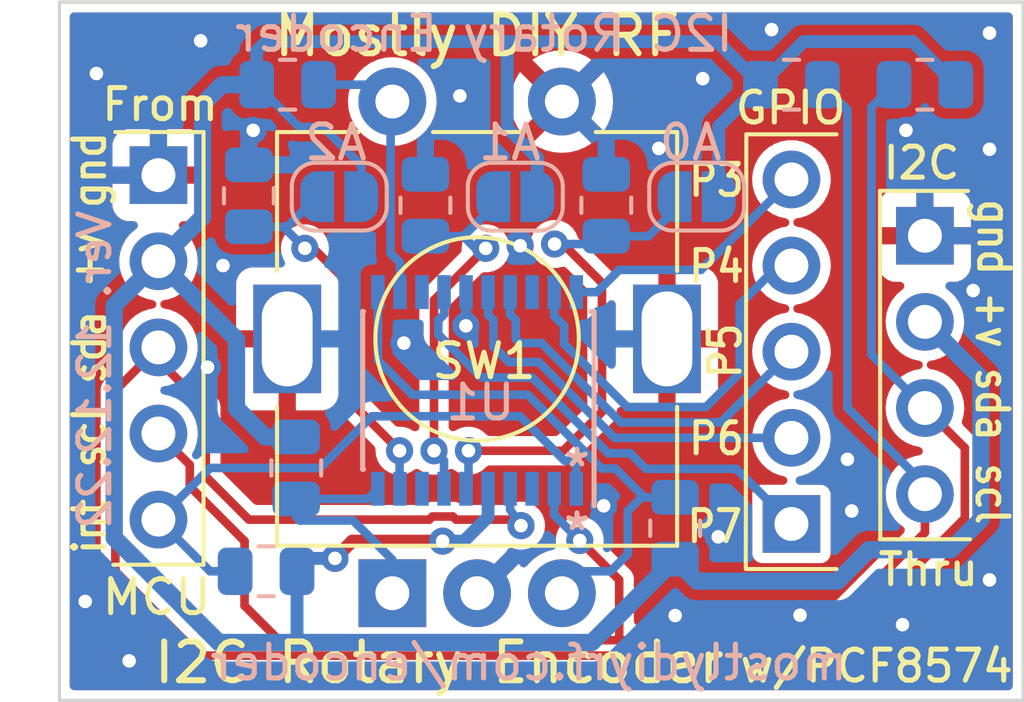
<source format=kicad_pcb>
(kicad_pcb (version 20211014) (generator pcbnew)
  (layers (0 "F.Cu" signal) (31 "B.Cu" signal) (34 "B.Paste" user) (36 "B.SilkS" user "B.Silkscreen") (37 "F.SilkS" user "F.Silkscreen") (38 "B.Mask" user) (39 "F.Mask" user) (44 "Edge.Cuts" user))
  (net 0 "")
  (net 1 "GND")
  (net 2 "VDD")
  (net 3 "/SDA")
  (net 4 "/SCL")
  (net 5 "/INT")
  (net 6 "Net-(J2-Pad5)")
  (net 7 "Net-(J2-Pad4)")
  (net 8 "Net-(J2-Pad3)")
  (net 9 "Net-(J2-Pad2)")
  (net 10 "Net-(J2-Pad1)")
  (net 11 "A0")
  (net 12 "A1")
  (net 13 "A2")
  (net 14 "Net-(R1-Pad2)")
  (net 15 "Net-(R2-Pad2)")
  (net 16 "Net-(SW1-PadS2)")
  (footprint "Rotary_Encoder:RotaryEncoder_Alps_EC11E-Switch_Vertical_H20mm" (layer "F.Cu") (at 114.594 82.434 90)
    (fp_text reference "SW1" (at 6.8436 2.7032 180) (layer "F.SilkS"))
    (fp_text value "RotaryEncoder_Switch")
    (fp_line (start 13.6 6) (end 13.6 8.4) (layer "F.SilkS") (width 0.12))
    (fp_line (start 5.5 -3.4) (end 1.4 -3.4) (layer "F.SilkS") (width 0.12))
    (fp_line (start 9.5 -3.4) (end 13.6 -3.4) (layer "F.SilkS") (width 0.12))
    (fp_line (start 13.6 8.4) (end 9.5 8.4) (layer "F.SilkS") (width 0.12))
    (fp_line (start 1.4 -3.4) (end 1.4 8.4) (layer "F.SilkS") (width 0.12))
    (fp_line (start 13.6 1.2) (end 13.6 3.8) (layer "F.SilkS") (width 0.12))
    (fp_line (start 13.6 -3.4) (end 13.6 -1) (layer "F.SilkS") (width 0.12))
    (fp_line (start 5.5 8.4) (end 1.4 8.4) (layer "F.SilkS") (width 0.12))
    (fp_circle (center 7.5 2.5) (end 10.5 2.5) (layer "F.SilkS") (width 0.12) (fill none))
    (pad "A" thru_hole rect (at 0 0 90) (size 2 2) (drill 1) (layers *.Cu *.Mask) (net 14 "Net-(R1-Pad2)"))
    (pad "B" thru_hole circle (at 0 5 90) (size 2 2) (drill 1) (layers *.Cu *.Mask) (net 15 "Net-(R2-Pad2)"))
    (pad "C" thru_hole circle (at 0 2.5 90) (size 2 2) (drill 1) (layers *.Cu *.Mask) (net 1 "GND"))
    (pad "MP" thru_hole rect (at 7.5 8.1 90) (size 3.2 2) (drill oval 2.8 1.5) (layers *.Cu *.Mask) (net 1 "GND"))
    (pad "MP" thru_hole rect (at 7.5 -3.1 90) (size 3.2 2) (drill oval 2.8 1.5) (layers *.Cu *.Mask) (net 1 "GND"))
    (pad "S1" thru_hole circle (at 14.5 5 90) (size 2 2) (drill 1) (layers *.Cu *.Mask) (net 1 "GND"))
    (pad "S2" thru_hole circle (at 14.5 0 90) (size 2 2) (drill 1) (layers *.Cu *.Mask) (net 16 "Net-(SW1-PadS2)"))
  )
  (footprint "Connector_PinHeader_2.54mm:PinHeader_1x04_P2.54mm_Vertical" (layer "F.Cu") (at 130.302 71.892)
    (fp_text reference "J3" hide)
    (fp_text value "Conn_01x04" hide)
    (fp_line (start -1.3254 -1.3254) (end 1.27 -1.3208) (layer "F.SilkS") (width 0.12))
    (fp_line (start -1.33 8.95) (end 1.33 8.95) (layer "F.SilkS") (width 0.12))
    (fp_line (start -1.3254 -1.3254) (end -1.3162 8.9454) (layer "F.SilkS") (width 0.12))
    (pad "1" thru_hole rect (at 0 0) (size 1.7 1.7) (drill 1) (layers *.Cu *.Mask) (net 1 "GND"))
    (pad "2" thru_hole oval (at 0 2.54) (size 1.7 1.7) (drill 1) (layers *.Cu *.Mask) (net 2 "VDD"))
    (pad "3" thru_hole oval (at 0 5.08) (size 1.7 1.7) (drill 1) (layers *.Cu *.Mask) (net 3 "/SDA"))
    (pad "4" thru_hole oval (at 0 7.62) (size 1.7 1.7) (drill 1) (layers *.Cu *.Mask) (net 4 "/SCL"))
  )
  (footprint "Connector_PinHeader_2.54mm:PinHeader_1x05_P2.54mm_Vertical" (layer "F.Cu") (at 107.696 70.104)
    (fp_text reference "J1" hide)
    (fp_text value "Conn_01x05")
    (fp_line (start -1.33 11.49) (end 1.33 11.49) (layer "F.SilkS") (width 0.12))
    (fp_line (start 1.33 -1.27) (end 1.33 11.49) (layer "F.SilkS") (width 0.12))
    (fp_line (start 1.33 -1.27) (end -1.27 -1.27) (layer "F.SilkS") (width 0.12))
    (pad "1" thru_hole rect (at 0 0) (size 1.7 1.7) (drill 1) (layers *.Cu *.Mask) (net 1 "GND"))
    (pad "2" thru_hole oval (at 0 2.54) (size 1.7 1.7) (drill 1) (layers *.Cu *.Mask) (net 2 "VDD"))
    (pad "3" thru_hole oval (at 0 5.08) (size 1.7 1.7) (drill 1) (layers *.Cu *.Mask) (net 3 "/SDA"))
    (pad "4" thru_hole oval (at 0 7.62) (size 1.7 1.7) (drill 1) (layers *.Cu *.Mask) (net 4 "/SCL"))
    (pad "5" thru_hole oval (at 0 10.16) (size 1.7 1.7) (drill 1) (layers *.Cu *.Mask) (net 5 "/INT"))
  )
  (footprint "Connector_PinHeader_2.54mm:PinHeader_1x05_P2.54mm_Vertical" (layer "F.Cu") (at 126.365 80.391 180)
    (fp_text reference "J2" hide)
    (fp_text value "Conn_01x05")
    (fp_line (start 1.3462 -1.2954) (end 1.33 11.49) (layer "F.SilkS") (width 0.12))
    (fp_line (start -1.33 -1.33) (end 1.3462 -1.33) (layer "F.SilkS") (width 0.12))
    (fp_line (start -1.33 11.49) (end 1.33 11.49) (layer "F.SilkS") (width 0.12))
    (pad "1" thru_hole rect (at 0 0 180) (size 1.7 1.7) (drill 1) (layers *.Cu *.Mask) (net 10 "Net-(J2-Pad1)"))
    (pad "2" thru_hole oval (at 0 2.54 180) (size 1.7 1.7) (drill 1) (layers *.Cu *.Mask) (net 9 "Net-(J2-Pad2)"))
    (pad "3" thru_hole oval (at 0 5.08 180) (size 1.7 1.7) (drill 1) (layers *.Cu *.Mask) (net 8 "Net-(J2-Pad3)"))
    (pad "4" thru_hole oval (at 0 7.62 180) (size 1.7 1.7) (drill 1) (layers *.Cu *.Mask) (net 7 "Net-(J2-Pad4)"))
    (pad "5" thru_hole oval (at 0 10.16 180) (size 1.7 1.7) (drill 1) (layers *.Cu *.Mask) (net 6 "Net-(J2-Pad5)"))
  )
  (footprint "Jumper:SolderJumper-2_P1.3mm_Open_RoundedPad1.0x1.5mm" (layer "B.Cu") (at 118.222 70.739 180)
    (fp_text reference "JP2" hide)
    (fp_text value "SolderJumper_2_Open")
    (fp_line (start -1.4 -0.3) (end -1.4 0.3) (layer "B.SilkS") (width 0.12))
    (fp_line (start 0.7 -1) (end -0.7 -1) (layer "B.SilkS") (width 0.12))
    (fp_line (start 1.4 0.3) (end 1.4 -0.3) (layer "B.SilkS") (width 0.12))
    (fp_line (start -0.7 1) (end 0.7 1) (layer "B.SilkS") (width 0.12))
    (fp_arc (start -1.4 -0.3) (mid -1.194975 -0.794975) (end -0.7 -1) (layer "B.SilkS") (width 0.12))
    (fp_arc (start -0.7 1) (mid -1.194975 0.794975) (end -1.4 0.3) (layer "B.SilkS") (width 0.12))
    (fp_arc (start 1.4 0.3) (mid 1.194975 0.794975) (end 0.7 1) (layer "B.SilkS") (width 0.12))
    (fp_arc (start 0.7 -1) (mid 1.194975 -0.794975) (end 1.4 -0.3) (layer "B.SilkS") (width 0.12))
    (pad "1" smd custom (at -0.65 0 180) (size 1 0.5) (layers "B.Cu" "B.Mask") (net 2 "VDD") (options (clearance outline) (anchor rect)) (primitives (gr_circle (center 0 -0.25) (end 0.5 -0.25) (width 0) (fill yes)) (gr_circle (center 0 0.25) (end 0.5 0.25) (width 0) (fill yes)) (gr_poly (pts (xy 0.5 -0.75) (xy 0 -0.75) (xy 0 0.75) (xy 0.5 0.75)) (width 0) (fill yes))))
    (pad "2" smd custom (at 0.65 0 180) (size 1 0.5) (layers "B.Cu" "B.Mask") (net 12 "A1") (options (clearance outline) (anchor rect)) (primitives (gr_circle (center 0 -0.25) (end 0.5 -0.25) (width 0) (fill yes)) (gr_circle (center 0 0.25) (end 0.5 0.25) (width 0) (fill yes)) (gr_poly (pts (xy 0 -0.75) (xy -0.5 -0.75) (xy -0.5 0.75) (xy 0 0.75)) (width 0) (fill yes))))
  )
  (footprint "Jumper:SolderJumper-2_P1.3mm_Open_RoundedPad1.0x1.5mm" (layer "B.Cu") (at 123.571 70.739 180)
    (fp_text reference "JP3" hide)
    (fp_text value "SolderJumper_2_Open")
    (fp_line (start 1.4 0.3) (end 1.4 -0.3) (layer "B.SilkS") (width 0.12))
    (fp_line (start -0.7 1) (end 0.7 1) (layer "B.SilkS") (width 0.12))
    (fp_line (start -1.4 -0.3) (end -1.4 0.3) (layer "B.SilkS") (width 0.12))
    (fp_line (start 0.7 -1) (end -0.7 -1) (layer "B.SilkS") (width 0.12))
    (fp_arc (start -0.7 1) (mid -1.194975 0.794975) (end -1.4 0.3) (layer "B.SilkS") (width 0.12))
    (fp_arc (start -1.4 -0.3) (mid -1.194975 -0.794975) (end -0.7 -1) (layer "B.SilkS") (width 0.12))
    (fp_arc (start 0.7 -1) (mid 1.194975 -0.794975) (end 1.4 -0.3) (layer "B.SilkS") (width 0.12))
    (fp_arc (start 1.4 0.3) (mid 1.194975 0.794975) (end 0.7 1) (layer "B.SilkS") (width 0.12))
    (pad "1" smd custom (at -0.65 0 180) (size 1 0.5) (layers "B.Cu" "B.Mask") (net 2 "VDD") (options (clearance outline) (anchor rect)) (primitives (gr_circle (center 0 -0.25) (end 0.5 -0.25) (width 0) (fill yes)) (gr_circle (center 0 0.25) (end 0.5 0.25) (width 0) (fill yes)) (gr_poly (pts (xy 0.5 -0.75) (xy 0 -0.75) (xy 0 0.75) (xy 0.5 0.75)) (width 0) (fill yes))))
    (pad "2" smd custom (at 0.65 0 180) (size 1 0.5) (layers "B.Cu" "B.Mask") (net 11 "A0") (options (clearance outline) (anchor rect)) (primitives (gr_circle (center 0 -0.25) (end 0.5 -0.25) (width 0) (fill yes)) (gr_circle (center 0 0.25) (end 0.5 0.25) (width 0) (fill yes)) (gr_poly (pts (xy 0 -0.75) (xy -0.5 -0.75) (xy -0.5 0.75) (xy 0 0.75)) (width 0) (fill yes))))
  )
  (footprint "Jumper:SolderJumper-2_P1.3mm_Open_RoundedPad1.0x1.5mm" (layer "B.Cu") (at 113.03 70.739 180)
    (fp_text reference "JP1" hide)
    (fp_text value "SolderJumper_2_Open")
    (fp_line (start 0.7 -1) (end -0.7 -1) (layer "B.SilkS") (width 0.12))
    (fp_line (start 1.4 0.3) (end 1.4 -0.3) (layer "B.SilkS") (width 0.12))
    (fp_line (start -0.7 1) (end 0.7 1) (layer "B.SilkS") (width 0.12))
    (fp_line (start -1.4 -0.3) (end -1.4 0.3) (layer "B.SilkS") (width 0.12))
    (fp_arc (start 1.4 0.3) (mid 1.194975 0.794975) (end 0.7 1) (layer "B.SilkS") (width 0.12))
    (fp_arc (start -1.4 -0.3) (mid -1.194975 -0.794975) (end -0.7 -1) (layer "B.SilkS") (width 0.12))
    (fp_arc (start 0.7 -1) (mid 1.194975 -0.794975) (end 1.4 -0.3) (layer "B.SilkS") (width 0.12))
    (fp_arc (start -0.7 1) (mid -1.194975 0.794975) (end -1.4 0.3) (layer "B.SilkS") (width 0.12))
    (pad "1" smd custom (at -0.65 0 180) (size 1 0.5) (layers "B.Cu" "B.Mask") (net 2 "VDD") (options (clearance outline) (anchor rect)) (primitives (gr_circle (center 0 -0.25) (end 0.5 -0.25) (width 0) (fill yes)) (gr_circle (center 0 0.25) (end 0.5 0.25) (width 0) (fill yes)) (gr_poly (pts (xy 0.5 -0.75) (xy 0 -0.75) (xy 0 0.75) (xy 0.5 0.75)) (width 0) (fill yes))))
    (pad "2" smd custom (at 0.65 0 180) (size 1 0.5) (layers "B.Cu" "B.Mask") (net 13 "A2") (options (clearance outline) (anchor rect)) (primitives (gr_circle (center 0 -0.25) (end 0.5 -0.25) (width 0) (fill yes)) (gr_circle (center 0 0.25) (end 0.5 0.25) (width 0) (fill yes)) (gr_poly (pts (xy 0 -0.75) (xy -0.5 -0.75) (xy -0.5 0.75) (xy 0 0.75)) (width 0) (fill yes))))
  )
  (footprint "Resistor_SMD:R_0805_2012Metric" (layer "B.Cu") (at 111.76 78.74 -90)
    (fp_text reference "R1" hide)
    (fp_text value "10K")
    (fp_line (start -0.227064 -0.735) (end 0.227064 -0.735) (layer "B.SilkS") (width 0.12))
    (fp_line (start -0.227064 0.735) (end 0.227064 0.735) (layer "B.SilkS") (width 0.12))
    (pad "1" smd roundrect (at -0.9125 0 270) (size 1.025 1.4) (layers "B.Cu" "B.Paste" "B.Mask") (roundrect_rratio 0.243902439) (net 2 "VDD"))
    (pad "2" smd roundrect (at 0.9125 0 270) (size 1.025 1.4) (layers "B.Cu" "B.Paste" "B.Mask") (roundrect_rratio 0.243902439) (net 14 "Net-(R1-Pad2)"))
  )
  (footprint "Resistor_SMD:R_0805_2012Metric" (layer "B.Cu") (at 130.302 67.437 180)
    (fp_text reference "R7" hide)
    (fp_text value "10K")
    (fp_line (start -0.227064 0.735) (end 0.227064 0.735) (layer "B.SilkS") (width 0.12))
    (fp_line (start -0.227064 -0.735) (end 0.227064 -0.735) (layer "B.SilkS") (width 0.12))
    (pad "1" smd roundrect (at -0.9125 0 180) (size 1.025 1.4) (layers "B.Cu" "B.Paste" "B.Mask") (roundrect_rratio 0.243902) (net 2 "VDD"))
    (pad "2" smd roundrect (at 0.9125 0 180) (size 1.025 1.4) (layers "B.Cu" "B.Paste" "B.Mask") (roundrect_rratio 0.243902) (net 3 "/SDA"))
  )
  (footprint "Package_SO:SSOP-20_4.4x6.5mm_P0.65mm" (layer "B.Cu") (at 117.094 76.454 90)
    (fp_text reference "U1" (at -0.3556 0.1016 unlocked) (layer "B.SilkS") (effects (justify mirror)))
    (fp_text value "PCF8574A")
    (fp_line (start -3.4 3.45) (end 2.325 3.45) (layer "B.SilkS") (width 0.15))
    (fp_line (start 2.325 3.45) (end 2.325 3.35) (layer "B.SilkS") (width 0.15))
    (fp_line (start -2.325 -3.375) (end 2.325 -3.375) (layer "B.SilkS") (width 0.15))
    (fp_line (start 2.325 -3.375) (end 2.325 -3.35) (layer "B.SilkS") (width 0.15))
    (fp_line (start -2.325 -3.375) (end -2.325 -3.35) (layer "B.SilkS") (width 0.15))
    (pad "1" smd rect (at -2.9 2.925 90) (size 1 0.4) (layers "B.Cu" "B.Paste" "B.Mask") (net 5 "/INT"))
    (pad "2" smd rect (at -2.9 2.275 90) (size 1 0.4) (layers "B.Cu" "B.Paste" "B.Mask") (net 4 "/SCL"))
    (pad "3" smd rect (at -2.9 1.625 90) (size 1 0.4) (layers "B.Cu" "B.Paste" "B.Mask"))
    (pad "4" smd rect (at -2.9 0.975 90) (size 1 0.4) (layers "B.Cu" "B.Paste" "B.Mask") (net 3 "/SDA"))
    (pad "5" smd rect (at -2.9 0.325 90) (size 1 0.4) (layers "B.Cu" "B.Paste" "B.Mask") (net 2 "VDD"))
    (pad "6" smd rect (at -2.9 -0.325 90) (size 1 0.4) (layers "B.Cu" "B.Paste" "B.Mask") (net 11 "A0"))
    (pad "7" smd rect (at -2.9 -0.975 90) (size 1 0.4) (layers "B.Cu" "B.Paste" "B.Mask") (net 12 "A1"))
    (pad "8" smd rect (at -2.9 -1.625 90) (size 1 0.4) (layers "B.Cu" "B.Paste" "B.Mask"))
    (pad "9" smd rect (at -2.9 -2.275 90) (size 1 0.4) (layers "B.Cu" "B.Paste" "B.Mask") (net 13 "A2"))
    (pad "10" smd rect (at -2.9 -2.925 90) (size 1 0.4) (layers "B.Cu" "B.Paste" "B.Mask") (net 14 "Net-(R1-Pad2)"))
    (pad "11" smd rect (at 2.9 -2.925 90) (size 1 0.4) (layers "B.Cu" "B.Paste" "B.Mask") (net 15 "Net-(R2-Pad2)"))
    (pad "12" smd rect (at 2.9 -2.275 90) (size 1 0.4) (layers "B.Cu" "B.Paste" "B.Mask") (net 16 "Net-(SW1-PadS2)"))
    (pad "13" smd rect (at 2.9 -1.625 90) (size 1 0.4) (layers "B.Cu" "B.Paste" "B.Mask"))
    (pad "14" smd rect (at 2.9 -0.975 90) (size 1 0.4) (layers "B.Cu" "B.Paste" "B.Mask") (net 10 "Net-(J2-Pad1)"))
    (pad "15" smd rect (at 2.9 -0.325 90) (size 1 0.4) (layers "B.Cu" "B.Paste" "B.Mask") (net 1 "GND"))
    (pad "16" smd rect (at 2.9 0.325 90) (size 1 0.4) (layers "B.Cu" "B.Paste" "B.Mask") (net 9 "Net-(J2-Pad2)"))
    (pad "17" smd rect (at 2.9 0.975 90) (size 1 0.4) (layers "B.Cu" "B.Paste" "B.Mask") (net 8 "Net-(J2-Pad3)"))
    (pad "18" smd rect (at 2.9 1.625 90) (size 1 0.4) (layers "B.Cu" "B.Paste" "B.Mask"))
    (pad "19" smd rect (at 2.9 2.275 90) (size 1 0.4) (layers "B.Cu" "B.Paste" "B.Mask") (net 7 "Net-(J2-Pad4)"))
    (pad "20" smd rect (at 2.9 2.925 90) (size 1 0.4) (layers "B.Cu" "B.Paste" "B.Mask") (net 6 "Net-(J2-Pad5)"))
  )
  (footprint "Resistor_SMD:R_0805_2012Metric" (layer "B.Cu") (at 110.871 81.788 180)
    (fp_text reference "R9" hide)
    (fp_text value "10K")
    (fp_line (start -0.227064 0.735) (end 0.227064 0.735) (layer "B.SilkS") (width 0.12))
    (fp_line (start -0.227064 -0.735) (end 0.227064 -0.735) (layer "B.SilkS") (width 0.12))
    (pad "1" smd roundrect (at -0.9125 0 180) (size 1.025 1.4) (layers "B.Cu" "B.Paste" "B.Mask") (roundrect_rratio 0.243902) (net 2 "VDD"))
    (pad "2" smd roundrect (at 0.9125 0 180) (size 1.025 1.4) (layers "B.Cu" "B.Paste" "B.Mask") (roundrect_rratio 0.243902) (net 5 "/INT"))
  )
  (footprint "Resistor_SMD:R_0805_2012Metric" (layer "B.Cu") (at 115.57 70.993 90)
    (fp_text reference "R5" hide)
    (fp_text value "10K")
    (fp_line (start -0.227064 -0.735) (end 0.227064 -0.735) (layer "B.SilkS") (width 0.12))
    (fp_line (start -0.227064 0.735) (end 0.227064 0.735) (layer "B.SilkS") (width 0.12))
    (pad "1" smd roundrect (at -0.9125 0 90) (size 1.025 1.4) (layers "B.Cu" "B.Paste" "B.Mask") (roundrect_rratio 0.243902) (net 12 "A1"))
    (pad "2" smd roundrect (at 0.9125 0 90) (size 1.025 1.4) (layers "B.Cu" "B.Paste" "B.Mask") (roundrect_rratio 0.243902) (net 1 "GND"))
  )
  (footprint "Resistor_SMD:R_0805_2012Metric" (layer "B.Cu") (at 120.904 70.993 90)
    (fp_text reference "R6" hide)
    (fp_text value "10K")
    (fp_line (start -0.227064 -0.735) (end 0.227064 -0.735) (layer "B.SilkS") (width 0.12))
    (fp_line (start -0.227064 0.735) (end 0.227064 0.735) (layer "B.SilkS") (width 0.12))
    (pad "1" smd roundrect (at -0.9125 0 90) (size 1.025 1.4) (layers "B.Cu" "B.Paste" "B.Mask") (roundrect_rratio 0.243902) (net 11 "A0"))
    (pad "2" smd roundrect (at 0.9125 0 90) (size 1.025 1.4) (layers "B.Cu" "B.Paste" "B.Mask") (roundrect_rratio 0.243902) (net 1 "GND"))
  )
  (footprint "Resistor_SMD:R_0805_2012Metric" (layer "B.Cu") (at 111.506 67.437)
    (fp_text reference "R3" hide)
    (fp_text value "10K")
    (fp_line (start -0.227064 -0.735) (end 0.227064 -0.735) (layer "B.SilkS") (width 0.12))
    (fp_line (start -0.227064 0.735) (end 0.227064 0.735) (layer "B.SilkS") (width 0.12))
    (pad "1" smd roundrect (at -0.9125 0) (size 1.025 1.4) (layers "B.Cu" "B.Paste" "B.Mask") (roundrect_rratio 0.243902) (net 2 "VDD"))
    (pad "2" smd roundrect (at 0.9125 0) (size 1.025 1.4) (layers "B.Cu" "B.Paste" "B.Mask") (roundrect_rratio 0.243902) (net 16 "Net-(SW1-PadS2)"))
  )
  (footprint "Resistor_SMD:R_0805_2012Metric" (layer "B.Cu") (at 110.363 70.7136 90)
    (fp_text reference "R4" hide)
    (fp_text value "10K")
    (fp_line (start -0.227064 0.735) (end 0.227064 0.735) (layer "B.SilkS") (width 0.12))
    (fp_line (start -0.227064 -0.735) (end 0.227064 -0.735) (layer "B.SilkS") (width 0.12))
    (pad "1" smd roundrect (at -0.9125 0 90) (size 1.025 1.4) (layers "B.Cu" "B.Paste" "B.Mask") (roundrect_rratio 0.243902) (net 13 "A2"))
    (pad "2" smd roundrect (at 0.9125 0 90) (size 1.025 1.4) (layers "B.Cu" "B.Paste" "B.Mask") (roundrect_rratio 0.243902) (net 1 "GND"))
  )
  (footprint "Resistor_SMD:R_0805_2012Metric" (layer "B.Cu") (at 122.936 80.518 90)
    (fp_text reference "R2" hide)
    (fp_text value "10K")
    (fp_line (start -0.227064 -0.735) (end 0.227064 -0.735) (layer "B.SilkS") (width 0.12))
    (fp_line (start -0.227064 0.735) (end 0.227064 0.735) (layer "B.SilkS") (width 0.12))
    (pad "1" smd roundrect (at -0.9125 0 90) (size 1.025 1.4) (layers "B.Cu" "B.Paste" "B.Mask") (roundrect_rratio 0.243902439) (net 2 "VDD"))
    (pad "2" smd roundrect (at 0.9125 0 90) (size 1.025 1.4) (layers "B.Cu" "B.Paste" "B.Mask") (roundrect_rratio 0.243902439) (net 15 "Net-(R2-Pad2)"))
  )
  (footprint "Resistor_SMD:R_0805_2012Metric" (layer "B.Cu") (at 126.365 67.437)
    (fp_text reference "R8" hide)
    (fp_text value "10K")
    (fp_line (start -0.227064 -0.735) (end 0.227064 -0.735) (layer "B.SilkS") (width 0.12))
    (fp_line (start -0.227064 0.735) (end 0.227064 0.735) (layer "B.SilkS") (width 0.12))
    (pad "1" smd roundrect (at -0.9125 0) (size 1.025 1.4) (layers "B.Cu" "B.Paste" "B.Mask") (roundrect_rratio 0.243902) (net 2 "VDD"))
    (pad "2" smd roundrect (at 0.9125 0) (size 1.025 1.4) (layers "B.Cu" "B.Paste" "B.Mask") (roundrect_rratio 0.243902) (net 4 "/SCL"))
  )
  (gr_rect (start 133.1976 85.5994) (end 104.775 65) (layer "Edge.Cuts") (width 0.1) (fill none))
  (gr_text "mostlydiyrf.com/encoder" (at 118.618 84.4804) (layer "B.SilkS") (effects (font (size 1 1)) (justify mirror)))
  (gr_text "A2" (at 112.9284 69.1388) (layer "B.SilkS") (effects (font (size 1 1)) (justify mirror)))
  (gr_text "A1" (at 118.0592 69.1388) (layer "B.SilkS") (effects (font (size 1 1)) (justify mirror)))
  (gr_text "Ver. 12.12.22" (at 105.8164 75.8444 90) (layer "B.SilkS") (effects (font (size 0.9144 0.9144)) (justify mirror)))
  (gr_text "A0" (at 123.3932 69.1388) (layer "B.SilkS") (effects (font (size 1 1)) (justify mirror)))
  (gr_text "I2C Rotary Encoder" (at 117.2972 65.9384) (layer "B.SilkS") (effects (font (size 1 1)) (justify mirror)))
  (gr_text "*" (at 120.0404 80.6196) (layer "B.SilkS") (effects (font (size 1.016 1.016)) (justify mirror)))
  (gr_text "*" (at 120.0404 78.74) (layer "B.SilkS") (effects (font (size 1.016 1.016)) (justify mirror)))
  (gr_text "Thru" (at 130.4036 81.7372) (layer "F.SilkS") (effects (font (size 0.9144 0.9144))))
  (gr_text "w/PCF8574" (at 128.8796 84.582) (layer "F.SilkS") (effects (font (size 0.9144 0.9144))))
  (gr_text "+v" (at 132.2832 74.3712 270) (layer "F.SilkS") (effects (font (size 0.9144 0.8128))))
  (gr_text "int" (at 105.664 80.4672 90) (layer "F.SilkS") (effects (font (size 0.9144 0.8128))))
  (gr_text "scl" (at 132.2832 79.502 270) (layer "F.SilkS") (effects (font (size 0.9144 0.8128))))
  (gr_text "P6" (at 124.1552 77.8764) (layer "F.SilkS") (effects (font (size 0.9144 0.8128))))
  (gr_text "I2C Rotary Encoder" (at 115.9764 84.4804) (layer "F.SilkS") (effects (font (size 1.143 1.143) (thickness 0.1778))))
  (gr_text "gnd" (at 132.334 71.9328 270) (layer "F.SilkS") (effects (font (size 0.9144 0.8128))))
  (gr_text "MCU" (at 107.6452 82.55) (layer "F.SilkS") (effects (font (size 1 1))))
  (gr_text "From" (at 107.7468 68.0212) (layer "F.SilkS") (effects (font (size 0.9144 0.9144))))
  (gr_text "gnd" (at 105.664 69.9516 90) (layer "F.SilkS") (effects (font (size 0.9144 0.8128))))
  (gr_text "sda" (at 132.2832 76.8604 270) (layer "F.SilkS") (effects (font (size 0.9144 0.8128))))
  (gr_text "GPIO" (at 126.3396 68.1228) (layer "F.SilkS") (effects (font (size 0.9144 0.9144))))
  (gr_text "sda" (at 105.664 75.184 90) (layer "F.SilkS") (effects (font (size 0.9144 0.8128))))
  (gr_text "+v" (at 105.6132 72.5932 90) (layer "F.SilkS") (effects (font (size 0.9144 0.8128))))
  (gr_text "I2C" (at 130.2004 69.7484) (layer "F.SilkS") (effects (font (size 0.9144 0.9144))))
  (gr_text "P3" (at 124.1552 70.2564) (layer "F.SilkS") (effects (font (size 0.9144 0.8128))))
  (gr_text "scl" (at 105.664 77.8256 90) (layer "F.SilkS") (effects (font (size 0.9144 0.8128))))
  (gr_text "P7" (at 124.1044 80.4672) (layer "F.SilkS") (effects (font (size 0.9144 0.8128))))
  (gr_text "P5" (at 124.4092 75.2856 90) (layer "F.SilkS") (effects (font (size 0.9144 0.8128))))
  (gr_text "P4" (at 124.1552 72.7964) (layer "F.SilkS") (effects (font (size 0.9144 0.8128))))
  (gr_text "Mostly DIY RF" (at 117.094 65.9892) (layer "F.SilkS") (effects (font (size 1.143 1.143) (thickness 0.1778))))
  (via (at 128.143 80.01) (size 0.8) (drill 0.4) (layers "F.Cu" "B.Cu") (net 1))
  (via (at 109.601 72.771) (size 0.8) (drill 0.4) (layers "F.Cu" "B.Cu") (net 1))
  (via (at 116.7638 74.549) (size 0.8) (drill 0.4) (layers "F.Cu" "B.Cu") (net 1))
  (via (at 131.7244 73.5076) (size 0.8) (drill 0.4) (layers "F.Cu" "B.Cu") (net 1))
  (via (at 129.7432 68.7832) (size 0.8) (drill 0.4) (layers "F.Cu" "B.Cu") (net 1))
  (via (at 124.206 80.772) (size 0.8) (drill 0.4) (layers "F.Cu" "B.Cu") (net 1))
  (via (at 109.1438 75.7682) (size 0.8) (drill 0.4) (layers "F.Cu" "B.Cu") (net 1))
  (via (at 123.7488 67.2592) (size 0.8) (drill 0.4) (layers "F.Cu" "B.Cu") (net 1))
  (via (at 128.016 78.486) (size 0.8) (drill 0.4) (layers "F.Cu" "B.Cu") (net 1))
  (via (at 116.586 67.7672) (size 0.8) (drill 0.4) (layers "F.Cu" "B.Cu") (net 1))
  (via (at 105.537 82.677) (size 0.8) (drill 0.4) (layers "F.Cu" "B.Cu") (net 1))
  (via (at 132.207 65.913) (size 0.8) (drill 0.4) (layers "F.Cu" "B.Cu") (net 1))
  (via (at 129.6416 83.3628) (size 0.8) (drill 0.4) (layers "F.Cu" "B.Cu") (net 1))
  (via (at 118.364 72.1868) (size 0.8) (drill 0.4) (layers "F.Cu" "B.Cu") (net 1))
  (via (at 132.207 82.042) (size 0.8) (drill 0.4) (layers "F.Cu" "B.Cu") (net 1))
  (via (at 132.207 69.342) (size 0.8) (drill 0.4) (layers "F.Cu" "B.Cu") (net 1))
  (via (at 125.7808 65.8114) (size 0.8) (drill 0.4) (layers "F.Cu" "B.Cu") (net 1))
  (via (at 110.49 68.7832) (size 0.8) (drill 0.4) (layers "F.Cu" "B.Cu") (net 1))
  (via (at 122.936 83.0935) (size 0.8) (drill 0.4) (layers "F.Cu" "B.Cu") (net 1))
  (via (at 122.4534 69.3166) (size 0.8) (drill 0.4) (layers "F.Cu" "B.Cu") (net 1))
  (via (at 106.8324 84.4296) (size 0.8) (drill 0.4) (layers "F.Cu" "B.Cu") (net 1))
  (via (at 120.8278 79.8576) (size 0.8) (drill 0.4) (layers "F.Cu" "B.Cu") (net 1))
  (via (at 108.9406 66.1416) (size 0.8) (drill 0.4) (layers "F.Cu" "B.Cu") (net 1))
  (via (at 114.935 75.057) (size 0.8) (drill 0.4) (layers "F.Cu" "B.Cu") (net 1))
  (via (at 105.8672 67.1068) (size 0.8) (drill 0.4) (layers "F.Cu" "B.Cu") (net 1))
  (via (at 126.619 83.0834) (size 0.8) (drill 0.4) (layers "F.Cu" "B.Cu") (net 1))
  (segment (start 113.411 80.899) (end 116.078 80.899) (width 0.381) (layer "F.Cu") (net 2))
  (segment (start 112.903 81.407) (end 113.411 80.899) (width 0.381) (layer "F.Cu") (net 2))
  (via (at 112.903 81.407) (size 0.8) (drill 0.4) (layers "F.Cu" "B.Cu") (net 2))
  (via (at 116.078 80.899) (size 0.8) (drill 0.4) (layers "F.Cu" "B.Cu") (net 2))
  (segment (start 112.1645 81.407) (end 111.7835 81.788) (width 0.381) (layer "B.Cu") (net 2))
  (segment (start 109.5756 67.437) (end 110.5935 67.437) (width 0.508) (layer "B.Cu") (net 2))
  (segment (start 109 71.34) (end 109 68.0126) (width 0.508) (layer "B.Cu") (net 2))
  (segment (start 125.4525 67.437) (end 124.1825 66.167) (width 0.381) (layer "B.Cu") (net 2))
  (segment (start 131.953 76.083) (end 130.302 74.432) (width 0.508) (layer "B.Cu") (net 2))
  (segment (start 116.078 80.899) (end 116.705 80.899) (width 0.381) (layer "B.Cu") (net 2))
  (segment (start 109.9978 74.9458) (end 109.9978 76.9778) (width 0.508) (layer "B.Cu") (net 2))
  (segment (start 110.5916 67.4351) (end 110.5935 67.437) (width 0.381) (layer "B.Cu") (net 2))
  (segment (start 111.819489 83.887511) (end 120.478989 83.887511) (width 0.508) (layer "B.Cu") (net 2))
  (segment (start 131.2145 67.437) (end 129.9445 66.167) (width 0.381) (layer "B.Cu") (net 2))
  (segment (start 113.68 69.8142) (end 112.5474 68.6816) (width 0.254) (layer "B.Cu") (net 2))
  (segment (start 118.872 70.739) (end 118.872 69.596) (width 0.381) (layer "B.Cu") (net 2))
  (segment (start 113.68 70.739) (end 113.68 69.8142) (width 0.254) (layer "B.Cu") (net 2))
  (segment (start 110.8475 77.8275) (end 111.76 77.8275) (width 0.508) (layer "B.Cu") (net 2))
  (segment (start 120.478989 83.887511) (end 122.936 81.4305) (width 0.508) (layer "B.Cu") (net 2))
  (segment (start 127.723489 82.080511) (end 128.651 81.153) (width 0.508) (layer "B.Cu") (net 2))
  (segment (start 109.9978 76.9778) (end 110.8475 77.8275) (width 0.508) (layer "B.Cu") (net 2))
  (segment (start 118.872 69.596) (end 117.983 68.707) (width 0.381) (layer "B.Cu") (net 2))
  (segment (start 109.476067 83.887511) (end 110.803489 83.887511) (width 0.508) (layer "B.Cu") (net 2))
  (segment (start 116.705 80.899) (end 117.419 80.185) (width 0.381) (layer "B.Cu") (net 2))
  (segment (start 110.5916 66.4464) (end 110.5916 67.4351) (width 0.381) (layer "B.Cu") (net 2))
  (segment (start 128.651 81.153) (end 131.064 81.153) (width 0.508) (layer "B.Cu") (net 2))
  (segment (start 131.953 80.264) (end 131.953 76.083) (width 0.508) (layer "B.Cu") (net 2))
  (segment (start 111.134478 77.8275) (end 111.76 77.8275) (width 0.254) (layer "B.Cu") (net 2))
  (segment (start 124.221 68.6685) (end 124.221 70.739) (width 0.381) (layer "B.Cu") (net 2))
  (segment (start 107.696 72.644) (end 109.9978 74.9458) (width 0.508) (layer "B.Cu") (net 2))
  (segment (start 117.983 68.707) (end 117.983 66.167) (width 0.381) (layer "B.Cu") (net 2))
  (segment (start 111.7835 81.788) (end 111.7835 83.851522) (width 0.381) (layer "B.Cu") (net 2))
  (segment (start 111.8381 68.6816) (end 110.5935 67.437) (width 0.254) (layer "B.Cu") (net 2))
  (segment (start 106.392489 80.803933) (end 109.476067 83.887511) (width 0.508) (layer "B.Cu") (net 2))
  (segment (start 110.803489 83.887511) (end 111.819489 83.887511) (width 0.508) (layer "B.Cu") (net 2))
  (segment (start 111.7835 83.851522) (end 111.819489 83.887511) (width 0.381) (layer "B.Cu") (net 2))
  (segment (start 106.392489 73.947511) (end 106.392489 80.803933) (width 0.508) (layer "B.Cu") (net 2))
  (segment (start 122.936 81.4305) (end 123.586011 82.080511) (width 0.508) (layer "B.Cu") (net 2))
  (segment (start 110.871 66.167) (end 110.5916 66.4464) (width 0.381) (layer "B.Cu") (net 2))
  (segment (start 107.696 72.644) (end 106.392489 73.947511) (width 0.508) (layer "B.Cu") (net 2))
  (segment (start 131.064 81.153) (end 131.953 80.264) (width 0.508) (layer "B.Cu") (net 2))
  (segment (start 112.5474 68.6816) (end 111.8381 68.6816) (width 0.254) (layer "B.Cu") (net 2))
  (segment (start 125.4525 67.437) (end 124.221 68.6685) (width 0.381) (layer "B.Cu") (net 2))
  (segment (start 129.9445 66.167) (end 126.7225 66.167) (width 0.381) (layer "B.Cu") (net 2))
  (segment (start 109 68.0126) (end 109.5756 67.437) (width 0.508) (layer "B.Cu") (net 2))
  (segment (start 126.7225 66.167) (end 125.4525 67.437) (width 0.381) (layer "B.Cu") (net 2))
  (segment (start 107.696 72.644) (end 109 71.34) (width 0.508) (layer "B.Cu") (net 2))
  (segment (start 112.903 81.407) (end 112.1645 81.407) (width 0.381) (layer "B.Cu") (net 2))
  (segment (start 117.419 80.185) (end 117.419 79.354) (width 0.381) (layer "B.Cu") (net 2))
  (segment (start 123.586011 82.080511) (end 127.723489 82.080511) (width 0.508) (layer "B.Cu") (net 2))
  (segment (start 124.1825 66.167) (end 110.871 66.167) (width 0.381) (layer "B.Cu") (net 2))
  (segment (start 107.696 75.184) (end 106.426 76.454) (width 0.254) (layer "F.Cu") (net 3))
  (segment (start 118.364 80.264) (end 116.471134 80.264) (width 0.254) (layer "F.Cu") (net 3))
  (segment (start 108.91152 84.27352) (end 127.42596 84.27352) (width 0.254) (layer "F.Cu") (net 3))
  (segment (start 116.471134 80.264) (end 116.379134 80.172) (width 0.254) (layer "F.Cu") (net 3))
  (segment (start 107.696 75.565) (end 107.696 75.184) (width 0.254) (layer "F.Cu") (net 3))
  (segment (start 127.42596 84.27352) (end 131.478511 80.220969) (width 0.254) (layer "F.Cu") (net 3))
  (segment (start 131.478511 80.220969) (end 131.478511 78.148511) (width 0.254) (layer "F.Cu") (net 3))
  (segment (start 116.379134 80.172) (end 115.776866 80.172) (width 0.254) (layer "F.Cu") (net 3))
  (segment (start 118.3894 80.4418) (end 118.364 80.264) (width 0.254) (layer "F.Cu") (net 3))
  (segment (start 115.776866 80.172) (end 115.684866 80.264) (width 0.254) (layer "F.Cu") (net 3))
  (segment (start 109.093 78.994) (end 109.093 76.962) (width 0.254) (layer "F.Cu") (net 3))
  (segment (start 110.363 80.264) (end 109.093 78.994) (width 0.254) (layer "F.Cu") (net 3))
  (segment (start 106.426 76.454) (end 106.426 81.788) (width 0.254) (layer "F.Cu") (net 3))
  (segment (start 109.093 76.962) (end 107.696 75.565) (width 0.254) (layer "F.Cu") (net 3))
  (segment (start 106.426 81.788) (end 108.91152 84.27352) (width 0.254) (layer "F.Cu") (net 3))
  (segment (start 115.684866 80.264) (end 110.363 80.264) (width 0.254) (layer "F.Cu") (net 3))
  (segment (start 131.478511 78.148511) (end 130.302 76.972) (width 0.254) (layer "F.Cu") (net 3))
  (via (at 118.3894 80.4418) (size 0.8) (drill 0.4) (layers "F.Cu" "B.Cu") (net 3))
  (segment (start 128.724 68.1025) (end 129.3895 67.437) (width 0.254) (layer "B.Cu") (net 3))
  (segment (start 118.3894 80.4418) (end 118.069 79.969) (width 0.254) (layer "B.Cu") (net 3))
  (segment (start 118.069 79.969) (end 118.069 79.354) (width 0.254) (layer "B.Cu") (net 3))
  (segment (start 130.302 76.972) (end 128.724 75.394) (width 0.254) (layer "B.Cu") (net 3))
  (segment (start 128.724 75.394) (end 128.724 68.1025) (width 0.254) (layer "B.Cu") (net 3))
  (segment (start 121.285 83.82) (end 127.127 83.82) (width 0.254) (layer "F.Cu") (net 4))
  (segment (start 107.696 77.724) (end 108.620489 78.648489) (width 0.254) (layer "F.Cu") (net 4))
  (segment (start 108.620489 79.283489) (end 110.236 80.899) (width 0.254) (layer "F.Cu") (net 4))
  (segment (start 127.127 83.82) (end 130.302 80.645) (width 0.254) (layer "F.Cu") (net 4))
  (segment (start 110.236 82.804) (end 111.252 83.82) (width 0.254) (layer "F.Cu") (net 4))
  (segment (start 108.620489 78.648489) (end 108.620489 79.283489) (width 0.254) (layer "F.Cu") (net 4))
  (segment (start 111.252 83.82) (end 121.285 83.82) (width 0.254) (layer "F.Cu") (net 4))
  (segment (start 120.121786 80.878786) (end 121.285 82.042) (width 0.254) (layer "F.Cu") (net 4))
  (segment (start 130.302 80.645) (end 130.302 79.512) (width 0.254) (layer "F.Cu") (net 4))
  (segment (start 121.285 82.042) (end 121.285 83.82) (width 0.254) (layer "F.Cu") (net 4))
  (segment (start 110.236 80.899) (end 110.236 82.804) (width 0.254) (layer "F.Cu") (net 4))
  (via (at 120.121786 80.878786) (size 0.8) (drill 0.4) (layers "F.Cu" "B.Cu") (net 4))
  (segment (start 119.369 79.354) (end 119.369 80.126) (width 0.254) (layer "B.Cu") (net 4))
  (segment (start 127.2775 67.437) (end 128.016 68.1755) (width 0.254) (layer "B.Cu") (net 4))
  (segment (start 128.016 68.1755) (end 128.016 76.962) (width 0.254) (layer "B.Cu") (net 4))
  (segment (start 130.302 79.235866) (end 130.302 79.512) (width 0.254) (layer "B.Cu") (net 4))
  (segment (start 128.698134 77.632) (end 130.302 79.235866) (width 0.254) (layer "B.Cu") (net 4))
  (segment (start 119.369 80.126) (end 120.121786 80.878786) (width 0.254) (layer "B.Cu") (net 4))
  (segment (start 128.686 77.632) (end 128.698134 77.632) (width 0.254) (layer "B.Cu") (net 4))
  (segment (start 128.016 76.962) (end 128.686 77.632) (width 0.254) (layer "B.Cu") (net 4))
  (segment (start 112.46673 78.74) (end 109.22 78.74) (width 0.254) (layer "B.Cu") (net 5))
  (segment (start 120.019 78.65) (end 119.896 78.527) (width 0.254) (layer "B.Cu") (net 5))
  (segment (start 119.675 78.527) (end 118.364 77.216) (width 0.254) (layer "B.Cu") (net 5))
  (segment (start 107.696 80.264) (end 109.22 81.788) (width 0.254) (layer "B.Cu") (net 5))
  (segment (start 119.896 78.527) (end 119.675 78.527) (width 0.254) (layer "B.Cu") (net 5))
  (segment (start 120.019 79.354) (end 120.019 78.65) (width 0.254) (layer "B.Cu") (net 5))
  (segment (start 118.364 77.216) (end 113.99073 77.216) (width 0.254) (layer "B.Cu") (net 5))
  (segment (start 109.22 81.788) (end 109.9585 81.788) (width 0.254) (layer "B.Cu") (net 5))
  (segment (start 109.22 78.74) (end 107.696 80.264) (width 0.254) (layer "B.Cu") (net 5))
  (segment (start 113.99073 77.216) (end 112.46673 78.74) (width 0.254) (layer "B.Cu") (net 5))
  (segment (start 120.629 73.554) (end 120.019 73.554) (width 0.254) (layer "B.Cu") (net 6))
  (segment (start 126.365 70.231) (end 123.698 72.898) (width 0.254) (layer "B.Cu") (net 6))
  (segment (start 121.285 72.898) (end 120.629 73.554) (width 0.254) (layer "B.Cu") (net 6))
  (segment (start 123.698 72.898) (end 121.285 72.898) (width 0.254) (layer "B.Cu") (net 6))
  (segment (start 121.522263 76.943) (end 123.844 76.943) (width 0.254) (layer "B.Cu") (net 7))
  (segment (start 119.66 75.080737) (end 121.522263 76.943) (width 0.254) (layer "B.Cu") (net 7))
  (segment (start 123.844 76.943) (end 124.841 75.946) (width 0.254) (layer "B.Cu") (net 7))
  (segment (start 125.984 72.771) (end 126.365 72.771) (width 0.254) (layer "B.Cu") (net 7))
  (segment (start 119.369 73.554) (end 119.369 74.258) (width 0.254) (layer "B.Cu") (net 7))
  (segment (start 119.66 74.549) (end 119.66 75.080737) (width 0.254) (layer "B.Cu") (net 7))
  (segment (start 124.841 73.914) (end 125.984 72.771) (width 0.254) (layer "B.Cu") (net 7))
  (segment (start 124.841 75.946) (end 124.841 73.914) (width 0.254) (layer "B.Cu") (net 7))
  (segment (start 119.369 74.258) (end 119.66 74.549) (width 0.254) (layer "B.Cu") (net 7))
  (segment (start 124.279 77.397) (end 121.334211 77.397) (width 0.254) (layer "B.Cu") (net 8))
  (segment (start 126.365 75.311) (end 124.279 77.397) (width 0.254) (layer "B.Cu") (net 8))
  (segment (start 118.237 74.93) (end 118.237 74.381) (width 0.254) (layer "B.Cu") (net 8))
  (segment (start 121.334211 77.397) (end 118.994211 75.057) (width 0.254) (layer "B.Cu") (net 8))
  (segment (start 118.069 74.213) (end 118.069 73.554) (width 0.254) (layer "B.Cu") (net 8))
  (segment (start 118.364 75.057) (end 118.237 74.93) (width 0.254) (layer "B.Cu") (net 8))
  (segment (start 118.994211 75.057) (end 118.364 75.057) (width 0.254) (layer "B.Cu") (net 8))
  (segment (start 118.237 74.381) (end 118.069 74.213) (width 0.254) (layer "B.Cu") (net 8))
  (segment (start 117.5766 74.381) (end 117.419 74.2234) (width 0.254) (layer "B.Cu") (net 9))
  (segment (start 118.914157 75.619) (end 118.037 75.619) (width 0.254) (layer "B.Cu") (net 9))
  (segment (start 121.146158 77.851) (end 118.914157 75.619) (width 0.254) (layer "B.Cu") (net 9))
  (segment (start 117.5766 75.1586) (end 117.5766 74.381) (width 0.254) (layer "B.Cu") (net 9))
  (segment (start 118.037 75.619) (end 117.5766 75.1586) (width 0.254) (layer "B.Cu") (net 9))
  (segment (start 117.419 74.2234) (end 117.419 73.554) (width 0.254) (layer "B.Cu") (net 9))
  (segment (start 126.365 77.851) (end 121.146158 77.851) (width 0.254) (layer "B.Cu") (net 9))
  (segment (start 121.612 78.305) (end 120.958105 78.305) (width 0.254) (layer "B.Cu") (net 10))
  (segment (start 120.958105 78.305) (end 118.726105 76.073) (width 0.254) (layer "B.Cu") (net 10))
  (segment (start 124.74 78.766) (end 122.073 78.766) (width 0.254) (layer "B.Cu") (net 10))
  (segment (start 126.365 80.391) (end 124.74 78.766) (width 0.254) (layer "B.Cu") (net 10))
  (segment (start 115.951 74.803) (end 115.951 74.381) (width 0.254) (layer "B.Cu") (net 10))
  (segment (start 117.221 76.073) (end 115.951 74.803) (width 0.254) (layer "B.Cu") (net 10))
  (segment (start 115.951 74.381) (end 116.119 74.213) (width 0.254) (layer "B.Cu") (net 10))
  (segment (start 122.073 78.766) (end 121.612 78.305) (width 0.254) (layer "B.Cu") (net 10))
  (segment (start 118.726105 76.073) (end 117.221 76.073) (width 0.254) (layer "B.Cu") (net 10))
  (segment (start 116.119 74.213) (end 116.119 73.554) (width 0.254) (layer "B.Cu") (net 10))
  (segment (start 120.777 73.279) (end 119.634 72.136) (width 0.254) (layer "F.Cu") (net 11))
  (segment (start 119.634 72.136) (end 119.38 72.136) (width 0.254) (layer "F.Cu") (net 11))
  (segment (start 119.634 78.232) (end 120.777 77.089) (width 0.254) (layer "F.Cu") (net 11))
  (segment (start 116.84 78.232) (end 119.634 78.232) (width 0.254) (layer "F.Cu") (net 11))
  (segment (start 120.777 77.089) (end 120.777 73.279) (width 0.254) (layer "F.Cu") (net 11))
  (via (at 119.38 72.136) (size 0.8) (drill 0.4) (layers "F.Cu" "B.Cu") (net 11))
  (via (at 116.84 78.232) (size 0.8) (drill 0.4) (layers "F.Cu" "B.Cu") (net 11))
  (segment (start 122.1505 71.9055) (end 120.904 71.9055) (width 0.254) (layer "B.Cu") (net 11))
  (segment (start 116.84 78.232) (end 116.84 79.283) (width 0.254) (layer "B.Cu") (net 11))
  (segment (start 116.84 79.283) (end 116.769 79.354) (width 0.254) (layer "B.Cu") (net 11))
  (segment (start 122.921 71.135) (end 122.1505 71.9055) (width 0.254) (layer "B.Cu") (net 11))
  (segment (start 122.921 70.739) (end 122.921 71.135) (width 0.254) (layer "B.Cu") (net 11))
  (segment (start 120.6735 72.136) (end 120.904 71.9055) (width 0.254) (layer "B.Cu") (net 11))
  (segment (start 119.38 72.136) (end 120.6735 72.136) (width 0.254) (layer "B.Cu") (net 11))
  (segment (start 115.824 78.232) (end 115.824 73.787) (width 0.254) (layer "F.Cu") (net 12))
  (segment (start 115.824 73.787) (end 117.348 72.263) (width 0.254) (layer "F.Cu") (net 12))
  (via (at 117.348 72.263) (size 0.8) (drill 0.4) (layers "F.Cu" "B.Cu") (net 12))
  (via (at 115.824 78.232) (size 0.8) (drill 0.4) (layers "F.Cu" "B.Cu") (net 12))
  (segment (start 116.119 78.527) (end 116.119 79.354) (width 0.254) (layer "B.Cu") (net 12))
  (segment (start 116.6895 71.9055) (end 115.57 71.9055) (width 0.254) (layer "B.Cu") (net 12))
  (segment (start 115.824 78.232) (end 116.119 78.527) (width 0.254) (layer "B.Cu") (net 12))
  (segment (start 117.047 72.263) (end 116.6895 71.9055) (width 0.254) (layer "B.Cu") (net 12))
  (segment (start 117.348 72.263) (end 117.047 72.263) (width 0.254) (layer "B.Cu") (net 12))
  (segment (start 117.572 70.739) (end 117.572 71.023) (width 0.254) (layer "B.Cu") (net 12))
  (segment (start 117.572 71.023) (end 116.6895 71.9055) (width 0.254) (layer "B.Cu") (net 12))
  (segment (start 113.157 73.152) (end 112.268 72.263) (width 0.254) (layer "F.Cu") (net 13))
  (segment (start 114.808 78.232) (end 113.157 76.581) (width 0.254) (layer "F.Cu") (net 13))
  (segment (start 113.157 76.581) (end 113.157 73.152) (width 0.254) (layer "F.Cu") (net 13))
  (segment (start 112.268 72.263) (end 112.014 72.263) (width 0.254) (layer "F.Cu") (net 13))
  (via (at 114.808 78.232) (size 0.8) (drill 0.4) (layers "F.Cu" "B.Cu") (net 13))
  (via (at 112.014 72.263) (size 0.8) (drill 0.4) (layers "F.Cu" "B.Cu") (net 13))
  (segment (start 114.808 79.343) (end 114.819 79.354) (width 0.254) (layer "B.Cu") (net 13))
  (segment (start 111.491 71.628) (end 112.38 70.739) (width 0.254) (layer "B.Cu") (net 13))
  (segment (start 110.49 71.628) (end 111.491 71.628) (width 0.254) (layer "B.Cu") (net 13))
  (segment (start 114.808 78.232) (end 114.808 79.343) (width 0.254) (layer "B.Cu") (net 13))
  (segment (start 111.491 71.74) (end 111.491 71.628) (width 0.254) (layer "B.Cu") (net 13))
  (segment (start 112.014 72.263) (end 111.491 71.74) (width 0.254) (layer "B.Cu") (net 13))
  (segment (start 114.594 82.434) (end 114.594 81.447) (width 0.254) (layer "B.Cu") (net 14))
  (segment (start 111.8616 80.2894) (end 111.76 80.1878) (width 0.254) (layer "B.Cu") (net 14))
  (segment (start 111.76 80.1878) (end 111.76 79.6525) (width 0.254) (layer "B.Cu") (net 14))
  (segment (start 114.594 81.447) (end 113.4364 80.2894) (width 0.254) (layer "B.Cu") (net 14))
  (segment (start 113.8705 79.6525) (end 114.169 79.354) (width 0.254) (layer "B.Cu") (net 14))
  (segment (start 111.76 79.6525) (end 113.8705 79.6525) (width 0.254) (layer "B.Cu") (net 14))
  (segment (start 113.4364 80.2894) (end 111.8616 80.2894) (width 0.254) (layer "B.Cu") (net 14))
  (segment (start 120.770053 78.759) (end 121.177 78.759) (width 0.254) (layer "B.Cu") (net 15))
  (segment (start 118.592053 76.581) (end 120.770053 78.759) (width 0.254) (layer "B.Cu") (net 15))
  (segment (start 121.9435 79.6055) (end 121.539 80.01) (width 0.254) (layer "B.Cu") (net 15))
  (segment (start 121.539 81.28) (end 121.031 81.788) (width 0.254) (layer "B.Cu") (net 15))
  (segment (start 122.0235 79.6055) (end 122.936 79.6055) (width 0.254) (layer "B.Cu") (net 15))
  (segment (start 121.031 81.788) (end 120.24 81.788) (width 0.254) (layer "B.Cu") (net 15))
  (segment (start 115.189 76.581) (end 118.592053 76.581) (width 0.254) (layer "B.Cu") (net 15))
  (segment (start 122.936 79.6055) (end 121.9435 79.6055) (width 0.254) (layer "B.Cu") (net 15))
  (segment (start 120.24 81.788) (end 119.594 82.434) (width 0.254) (layer "B.Cu") (net 15))
  (segment (start 121.539 80.01) (end 121.539 81.28) (width 0.254) (layer "B.Cu") (net 15))
  (segment (start 114.169 75.561) (end 115.189 76.581) (width 0.254) (layer "B.Cu") (net 15))
  (segment (start 114.169 73.554) (end 114.169 75.561) (width 0.254) (layer "B.Cu") (net 15))
  (segment (start 121.177 78.759) (end 122.0235 79.6055) (width 0.254) (layer "B.Cu") (net 15))
  (segment (start 114.543 67.985) (end 114.594 67.934) (width 0.254) (layer "B.Cu") (net 16))
  (segment (start 114.543 72.407001) (end 114.543 67.985) (width 0.254) (layer "B.Cu") (net 16))
  (segment (start 114.543 72.407001) (end 114.819 72.683001) (width 0.254) (layer "B.Cu") (net 16))
  (segment (start 114.819 72.683001) (end 114.819 73.554) (width 0.254) (layer "B.Cu") (net 16))
  (segment (start 114.097 67.437) (end 114.594 67.934) (width 0.254) (layer "B.Cu") (net 16))
  (segment (start 112.4185 67.437) (end 114.097 67.437) (width 0.254) (layer "B.Cu") (net 16))
  (zone (net 1) (net_name "GND") (layers F&B.Cu) (connect_pads (clearance 0.3048)) (min_thickness 0.254) (fill yes (thermal_gap 0.508) (thermal_bridge_width 0.508))
    (polygon (pts (xy 133.096 85.4456) (xy 104.902 85.4456) (xy 105 65.151) (xy 133.096 65.151)))
  )
)
</source>
